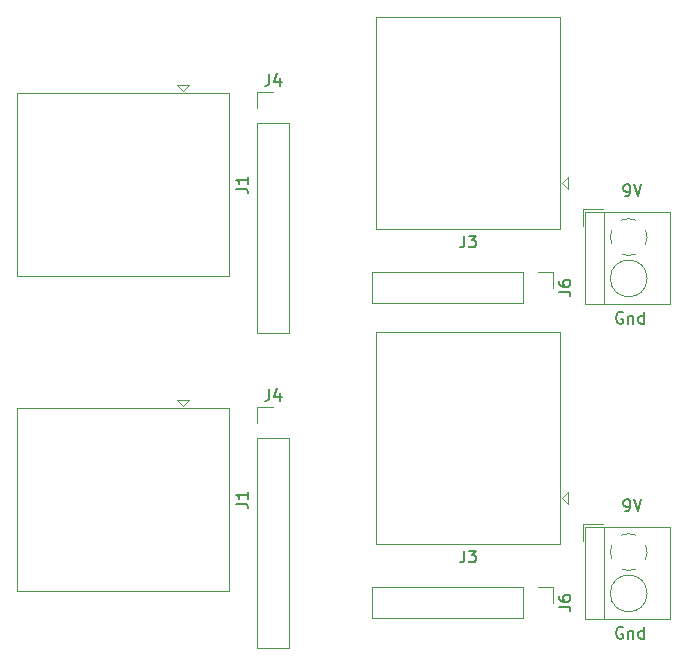
<source format=gbr>
%TF.GenerationSoftware,KiCad,Pcbnew,7.0.9*%
%TF.CreationDate,2024-06-07T23:50:55-04:00*%
%TF.ProjectId,8P breakout header,38502062-7265-4616-9b6f-757420686561,rev?*%
%TF.SameCoordinates,Original*%
%TF.FileFunction,Legend,Top*%
%TF.FilePolarity,Positive*%
%FSLAX46Y46*%
G04 Gerber Fmt 4.6, Leading zero omitted, Abs format (unit mm)*
G04 Created by KiCad (PCBNEW 7.0.9) date 2024-06-07 23:50:55*
%MOMM*%
%LPD*%
G01*
G04 APERTURE LIST*
%ADD10C,0.150000*%
%ADD11C,0.120000*%
G04 APERTURE END LIST*
D10*
X203111898Y-86229819D02*
X203302374Y-86229819D01*
X203302374Y-86229819D02*
X203397612Y-86182200D01*
X203397612Y-86182200D02*
X203445231Y-86134580D01*
X203445231Y-86134580D02*
X203540469Y-85991723D01*
X203540469Y-85991723D02*
X203588088Y-85801247D01*
X203588088Y-85801247D02*
X203588088Y-85420295D01*
X203588088Y-85420295D02*
X203540469Y-85325057D01*
X203540469Y-85325057D02*
X203492850Y-85277438D01*
X203492850Y-85277438D02*
X203397612Y-85229819D01*
X203397612Y-85229819D02*
X203207136Y-85229819D01*
X203207136Y-85229819D02*
X203111898Y-85277438D01*
X203111898Y-85277438D02*
X203064279Y-85325057D01*
X203064279Y-85325057D02*
X203016660Y-85420295D01*
X203016660Y-85420295D02*
X203016660Y-85658390D01*
X203016660Y-85658390D02*
X203064279Y-85753628D01*
X203064279Y-85753628D02*
X203111898Y-85801247D01*
X203111898Y-85801247D02*
X203207136Y-85848866D01*
X203207136Y-85848866D02*
X203397612Y-85848866D01*
X203397612Y-85848866D02*
X203492850Y-85801247D01*
X203492850Y-85801247D02*
X203540469Y-85753628D01*
X203540469Y-85753628D02*
X203588088Y-85658390D01*
X203873803Y-85229819D02*
X204207136Y-86229819D01*
X204207136Y-86229819D02*
X204540469Y-85229819D01*
X202953088Y-96072438D02*
X202857850Y-96024819D01*
X202857850Y-96024819D02*
X202714993Y-96024819D01*
X202714993Y-96024819D02*
X202572136Y-96072438D01*
X202572136Y-96072438D02*
X202476898Y-96167676D01*
X202476898Y-96167676D02*
X202429279Y-96262914D01*
X202429279Y-96262914D02*
X202381660Y-96453390D01*
X202381660Y-96453390D02*
X202381660Y-96596247D01*
X202381660Y-96596247D02*
X202429279Y-96786723D01*
X202429279Y-96786723D02*
X202476898Y-96881961D01*
X202476898Y-96881961D02*
X202572136Y-96977200D01*
X202572136Y-96977200D02*
X202714993Y-97024819D01*
X202714993Y-97024819D02*
X202810231Y-97024819D01*
X202810231Y-97024819D02*
X202953088Y-96977200D01*
X202953088Y-96977200D02*
X203000707Y-96929580D01*
X203000707Y-96929580D02*
X203000707Y-96596247D01*
X203000707Y-96596247D02*
X202810231Y-96596247D01*
X203429279Y-96358152D02*
X203429279Y-97024819D01*
X203429279Y-96453390D02*
X203476898Y-96405771D01*
X203476898Y-96405771D02*
X203572136Y-96358152D01*
X203572136Y-96358152D02*
X203714993Y-96358152D01*
X203714993Y-96358152D02*
X203810231Y-96405771D01*
X203810231Y-96405771D02*
X203857850Y-96501009D01*
X203857850Y-96501009D02*
X203857850Y-97024819D01*
X204762612Y-97024819D02*
X204762612Y-96024819D01*
X204762612Y-96977200D02*
X204667374Y-97024819D01*
X204667374Y-97024819D02*
X204476898Y-97024819D01*
X204476898Y-97024819D02*
X204381660Y-96977200D01*
X204381660Y-96977200D02*
X204334041Y-96929580D01*
X204334041Y-96929580D02*
X204286422Y-96834342D01*
X204286422Y-96834342D02*
X204286422Y-96548628D01*
X204286422Y-96548628D02*
X204334041Y-96453390D01*
X204334041Y-96453390D02*
X204381660Y-96405771D01*
X204381660Y-96405771D02*
X204476898Y-96358152D01*
X204476898Y-96358152D02*
X204667374Y-96358152D01*
X204667374Y-96358152D02*
X204762612Y-96405771D01*
X203111898Y-59559819D02*
X203302374Y-59559819D01*
X203302374Y-59559819D02*
X203397612Y-59512200D01*
X203397612Y-59512200D02*
X203445231Y-59464580D01*
X203445231Y-59464580D02*
X203540469Y-59321723D01*
X203540469Y-59321723D02*
X203588088Y-59131247D01*
X203588088Y-59131247D02*
X203588088Y-58750295D01*
X203588088Y-58750295D02*
X203540469Y-58655057D01*
X203540469Y-58655057D02*
X203492850Y-58607438D01*
X203492850Y-58607438D02*
X203397612Y-58559819D01*
X203397612Y-58559819D02*
X203207136Y-58559819D01*
X203207136Y-58559819D02*
X203111898Y-58607438D01*
X203111898Y-58607438D02*
X203064279Y-58655057D01*
X203064279Y-58655057D02*
X203016660Y-58750295D01*
X203016660Y-58750295D02*
X203016660Y-58988390D01*
X203016660Y-58988390D02*
X203064279Y-59083628D01*
X203064279Y-59083628D02*
X203111898Y-59131247D01*
X203111898Y-59131247D02*
X203207136Y-59178866D01*
X203207136Y-59178866D02*
X203397612Y-59178866D01*
X203397612Y-59178866D02*
X203492850Y-59131247D01*
X203492850Y-59131247D02*
X203540469Y-59083628D01*
X203540469Y-59083628D02*
X203588088Y-58988390D01*
X203873803Y-58559819D02*
X204207136Y-59559819D01*
X204207136Y-59559819D02*
X204540469Y-58559819D01*
X202953088Y-69402438D02*
X202857850Y-69354819D01*
X202857850Y-69354819D02*
X202714993Y-69354819D01*
X202714993Y-69354819D02*
X202572136Y-69402438D01*
X202572136Y-69402438D02*
X202476898Y-69497676D01*
X202476898Y-69497676D02*
X202429279Y-69592914D01*
X202429279Y-69592914D02*
X202381660Y-69783390D01*
X202381660Y-69783390D02*
X202381660Y-69926247D01*
X202381660Y-69926247D02*
X202429279Y-70116723D01*
X202429279Y-70116723D02*
X202476898Y-70211961D01*
X202476898Y-70211961D02*
X202572136Y-70307200D01*
X202572136Y-70307200D02*
X202714993Y-70354819D01*
X202714993Y-70354819D02*
X202810231Y-70354819D01*
X202810231Y-70354819D02*
X202953088Y-70307200D01*
X202953088Y-70307200D02*
X203000707Y-70259580D01*
X203000707Y-70259580D02*
X203000707Y-69926247D01*
X203000707Y-69926247D02*
X202810231Y-69926247D01*
X203429279Y-69688152D02*
X203429279Y-70354819D01*
X203429279Y-69783390D02*
X203476898Y-69735771D01*
X203476898Y-69735771D02*
X203572136Y-69688152D01*
X203572136Y-69688152D02*
X203714993Y-69688152D01*
X203714993Y-69688152D02*
X203810231Y-69735771D01*
X203810231Y-69735771D02*
X203857850Y-69831009D01*
X203857850Y-69831009D02*
X203857850Y-70354819D01*
X204762612Y-70354819D02*
X204762612Y-69354819D01*
X204762612Y-70307200D02*
X204667374Y-70354819D01*
X204667374Y-70354819D02*
X204476898Y-70354819D01*
X204476898Y-70354819D02*
X204381660Y-70307200D01*
X204381660Y-70307200D02*
X204334041Y-70259580D01*
X204334041Y-70259580D02*
X204286422Y-70164342D01*
X204286422Y-70164342D02*
X204286422Y-69878628D01*
X204286422Y-69878628D02*
X204334041Y-69783390D01*
X204334041Y-69783390D02*
X204381660Y-69735771D01*
X204381660Y-69735771D02*
X204476898Y-69688152D01*
X204476898Y-69688152D02*
X204667374Y-69688152D01*
X204667374Y-69688152D02*
X204762612Y-69735771D01*
X197527319Y-94313333D02*
X198241604Y-94313333D01*
X198241604Y-94313333D02*
X198384461Y-94360952D01*
X198384461Y-94360952D02*
X198479700Y-94456190D01*
X198479700Y-94456190D02*
X198527319Y-94599047D01*
X198527319Y-94599047D02*
X198527319Y-94694285D01*
X197527319Y-93408571D02*
X197527319Y-93599047D01*
X197527319Y-93599047D02*
X197574938Y-93694285D01*
X197574938Y-93694285D02*
X197622557Y-93741904D01*
X197622557Y-93741904D02*
X197765414Y-93837142D01*
X197765414Y-93837142D02*
X197955890Y-93884761D01*
X197955890Y-93884761D02*
X198336842Y-93884761D01*
X198336842Y-93884761D02*
X198432080Y-93837142D01*
X198432080Y-93837142D02*
X198479700Y-93789523D01*
X198479700Y-93789523D02*
X198527319Y-93694285D01*
X198527319Y-93694285D02*
X198527319Y-93503809D01*
X198527319Y-93503809D02*
X198479700Y-93408571D01*
X198479700Y-93408571D02*
X198432080Y-93360952D01*
X198432080Y-93360952D02*
X198336842Y-93313333D01*
X198336842Y-93313333D02*
X198098747Y-93313333D01*
X198098747Y-93313333D02*
X198003509Y-93360952D01*
X198003509Y-93360952D02*
X197955890Y-93408571D01*
X197955890Y-93408571D02*
X197908271Y-93503809D01*
X197908271Y-93503809D02*
X197908271Y-93694285D01*
X197908271Y-93694285D02*
X197955890Y-93789523D01*
X197955890Y-93789523D02*
X198003509Y-93837142D01*
X198003509Y-93837142D02*
X198098747Y-93884761D01*
X173021666Y-75864819D02*
X173021666Y-76579104D01*
X173021666Y-76579104D02*
X172974047Y-76721961D01*
X172974047Y-76721961D02*
X172878809Y-76817200D01*
X172878809Y-76817200D02*
X172735952Y-76864819D01*
X172735952Y-76864819D02*
X172640714Y-76864819D01*
X173926428Y-76198152D02*
X173926428Y-76864819D01*
X173688333Y-75817200D02*
X173450238Y-76531485D01*
X173450238Y-76531485D02*
X174069285Y-76531485D01*
X189531666Y-89564819D02*
X189531666Y-90279104D01*
X189531666Y-90279104D02*
X189484047Y-90421961D01*
X189484047Y-90421961D02*
X189388809Y-90517200D01*
X189388809Y-90517200D02*
X189245952Y-90564819D01*
X189245952Y-90564819D02*
X189150714Y-90564819D01*
X189912619Y-89564819D02*
X190531666Y-89564819D01*
X190531666Y-89564819D02*
X190198333Y-89945771D01*
X190198333Y-89945771D02*
X190341190Y-89945771D01*
X190341190Y-89945771D02*
X190436428Y-89993390D01*
X190436428Y-89993390D02*
X190484047Y-90041009D01*
X190484047Y-90041009D02*
X190531666Y-90136247D01*
X190531666Y-90136247D02*
X190531666Y-90374342D01*
X190531666Y-90374342D02*
X190484047Y-90469580D01*
X190484047Y-90469580D02*
X190436428Y-90517200D01*
X190436428Y-90517200D02*
X190341190Y-90564819D01*
X190341190Y-90564819D02*
X190055476Y-90564819D01*
X190055476Y-90564819D02*
X189960238Y-90517200D01*
X189960238Y-90517200D02*
X189912619Y-90469580D01*
X170209819Y-85585833D02*
X170924104Y-85585833D01*
X170924104Y-85585833D02*
X171066961Y-85633452D01*
X171066961Y-85633452D02*
X171162200Y-85728690D01*
X171162200Y-85728690D02*
X171209819Y-85871547D01*
X171209819Y-85871547D02*
X171209819Y-85966785D01*
X171209819Y-84585833D02*
X171209819Y-85157261D01*
X171209819Y-84871547D02*
X170209819Y-84871547D01*
X170209819Y-84871547D02*
X170352676Y-84966785D01*
X170352676Y-84966785D02*
X170447914Y-85062023D01*
X170447914Y-85062023D02*
X170495533Y-85157261D01*
X170209819Y-58915833D02*
X170924104Y-58915833D01*
X170924104Y-58915833D02*
X171066961Y-58963452D01*
X171066961Y-58963452D02*
X171162200Y-59058690D01*
X171162200Y-59058690D02*
X171209819Y-59201547D01*
X171209819Y-59201547D02*
X171209819Y-59296785D01*
X171209819Y-57915833D02*
X171209819Y-58487261D01*
X171209819Y-58201547D02*
X170209819Y-58201547D01*
X170209819Y-58201547D02*
X170352676Y-58296785D01*
X170352676Y-58296785D02*
X170447914Y-58392023D01*
X170447914Y-58392023D02*
X170495533Y-58487261D01*
X197527319Y-67643333D02*
X198241604Y-67643333D01*
X198241604Y-67643333D02*
X198384461Y-67690952D01*
X198384461Y-67690952D02*
X198479700Y-67786190D01*
X198479700Y-67786190D02*
X198527319Y-67929047D01*
X198527319Y-67929047D02*
X198527319Y-68024285D01*
X197527319Y-66738571D02*
X197527319Y-66929047D01*
X197527319Y-66929047D02*
X197574938Y-67024285D01*
X197574938Y-67024285D02*
X197622557Y-67071904D01*
X197622557Y-67071904D02*
X197765414Y-67167142D01*
X197765414Y-67167142D02*
X197955890Y-67214761D01*
X197955890Y-67214761D02*
X198336842Y-67214761D01*
X198336842Y-67214761D02*
X198432080Y-67167142D01*
X198432080Y-67167142D02*
X198479700Y-67119523D01*
X198479700Y-67119523D02*
X198527319Y-67024285D01*
X198527319Y-67024285D02*
X198527319Y-66833809D01*
X198527319Y-66833809D02*
X198479700Y-66738571D01*
X198479700Y-66738571D02*
X198432080Y-66690952D01*
X198432080Y-66690952D02*
X198336842Y-66643333D01*
X198336842Y-66643333D02*
X198098747Y-66643333D01*
X198098747Y-66643333D02*
X198003509Y-66690952D01*
X198003509Y-66690952D02*
X197955890Y-66738571D01*
X197955890Y-66738571D02*
X197908271Y-66833809D01*
X197908271Y-66833809D02*
X197908271Y-67024285D01*
X197908271Y-67024285D02*
X197955890Y-67119523D01*
X197955890Y-67119523D02*
X198003509Y-67167142D01*
X198003509Y-67167142D02*
X198098747Y-67214761D01*
X173021666Y-49194819D02*
X173021666Y-49909104D01*
X173021666Y-49909104D02*
X172974047Y-50051961D01*
X172974047Y-50051961D02*
X172878809Y-50147200D01*
X172878809Y-50147200D02*
X172735952Y-50194819D01*
X172735952Y-50194819D02*
X172640714Y-50194819D01*
X173926428Y-49528152D02*
X173926428Y-50194819D01*
X173688333Y-49147200D02*
X173450238Y-49861485D01*
X173450238Y-49861485D02*
X174069285Y-49861485D01*
X189531666Y-62894819D02*
X189531666Y-63609104D01*
X189531666Y-63609104D02*
X189484047Y-63751961D01*
X189484047Y-63751961D02*
X189388809Y-63847200D01*
X189388809Y-63847200D02*
X189245952Y-63894819D01*
X189245952Y-63894819D02*
X189150714Y-63894819D01*
X189912619Y-62894819D02*
X190531666Y-62894819D01*
X190531666Y-62894819D02*
X190198333Y-63275771D01*
X190198333Y-63275771D02*
X190341190Y-63275771D01*
X190341190Y-63275771D02*
X190436428Y-63323390D01*
X190436428Y-63323390D02*
X190484047Y-63371009D01*
X190484047Y-63371009D02*
X190531666Y-63466247D01*
X190531666Y-63466247D02*
X190531666Y-63704342D01*
X190531666Y-63704342D02*
X190484047Y-63799580D01*
X190484047Y-63799580D02*
X190436428Y-63847200D01*
X190436428Y-63847200D02*
X190341190Y-63894819D01*
X190341190Y-63894819D02*
X190055476Y-63894819D01*
X190055476Y-63894819D02*
X189960238Y-63847200D01*
X189960238Y-63847200D02*
X189912619Y-63799580D01*
D11*
%TO.C,J6*%
X197072500Y-92650000D02*
X197072500Y-93980000D01*
X195742500Y-92650000D02*
X197072500Y-92650000D01*
X194472500Y-92650000D02*
X181712500Y-92650000D01*
X194472500Y-92650000D02*
X194472500Y-95310000D01*
X181712500Y-92650000D02*
X181712500Y-95310000D01*
X194472500Y-95310000D02*
X181712500Y-95310000D01*
%TO.C,J4*%
X172025000Y-77410000D02*
X173355000Y-77410000D01*
X172025000Y-78740000D02*
X172025000Y-77410000D01*
X172025000Y-80010000D02*
X172025000Y-97850000D01*
X172025000Y-80010000D02*
X174685000Y-80010000D01*
X172025000Y-97850000D02*
X174685000Y-97850000D01*
X174685000Y-80010000D02*
X174685000Y-97850000D01*
%TO.C,J3*%
X198310000Y-85610000D02*
X198310000Y-84610000D01*
X198310000Y-84610000D02*
X197810000Y-85110000D01*
X197810000Y-85110000D02*
X198310000Y-85610000D01*
X197625000Y-88990000D02*
X197625000Y-71030000D01*
X197625000Y-71030000D02*
X182105000Y-71030000D01*
X182105000Y-88990000D02*
X197625000Y-88990000D01*
X182105000Y-88990000D02*
X182105000Y-71030000D01*
%TO.C,J1*%
X166255000Y-76807500D02*
X165255000Y-76807500D01*
X165255000Y-76807500D02*
X165755000Y-77307500D01*
X165755000Y-77307500D02*
X166255000Y-76807500D01*
X169635000Y-77492500D02*
X151675000Y-77492500D01*
X151675000Y-77492500D02*
X151675000Y-93012500D01*
X169635000Y-93012500D02*
X169635000Y-77492500D01*
X169635000Y-93012500D02*
X151675000Y-93012500D01*
%TO.C,J7*%
X201302500Y-87290000D02*
X199562500Y-87290000D01*
X199562500Y-87290000D02*
X199562500Y-88790000D01*
X206922500Y-87530000D02*
X199802500Y-87530000D01*
X206922500Y-87530000D02*
X206922500Y-95350000D01*
X201362500Y-87530000D02*
X201362500Y-95350000D01*
X199802500Y-87530000D02*
X199802500Y-95350000D01*
X206922500Y-95350000D02*
X199802500Y-95350000D01*
X204070500Y-88258000D02*
G75*
G03*
X202854758Y-88257891I-608000J-1432000D01*
G01*
X204894500Y-90298000D02*
G75*
G03*
X204894609Y-89082258I-1432000J608000D01*
G01*
X202030501Y-89082000D02*
G75*
G03*
X201907008Y-89717011I1431987J-607998D01*
G01*
X201907501Y-89690000D02*
G75*
G03*
X202031116Y-90297587I1554999J0D01*
G01*
X202854500Y-91122000D02*
G75*
G03*
X204070242Y-91122109I607999J1432003D01*
G01*
X205017500Y-93190000D02*
G75*
G03*
X205017500Y-93190000I-1555000J0D01*
G01*
%TO.C,J1*%
X169635000Y-66342500D02*
X169635000Y-50822500D01*
X165255000Y-50137500D02*
X165755000Y-50637500D01*
X169635000Y-50822500D02*
X151675000Y-50822500D01*
X166255000Y-50137500D02*
X165255000Y-50137500D01*
X151675000Y-50822500D02*
X151675000Y-66342500D01*
X169635000Y-66342500D02*
X151675000Y-66342500D01*
X165755000Y-50637500D02*
X166255000Y-50137500D01*
%TO.C,J7*%
X206922500Y-60860000D02*
X206922500Y-68680000D01*
X206922500Y-68680000D02*
X199802500Y-68680000D01*
X201362500Y-60860000D02*
X201362500Y-68680000D01*
X201302500Y-60620000D02*
X199562500Y-60620000D01*
X206922500Y-60860000D02*
X199802500Y-60860000D01*
X199562500Y-60620000D02*
X199562500Y-62120000D01*
X199802500Y-60860000D02*
X199802500Y-68680000D01*
X202854500Y-64452000D02*
G75*
G03*
X204070242Y-64452109I607999J1432003D01*
G01*
X201907501Y-63020000D02*
G75*
G03*
X202031116Y-63627587I1554999J0D01*
G01*
X204894500Y-63628000D02*
G75*
G03*
X204894609Y-62412258I-1432000J608000D01*
G01*
X202030501Y-62412000D02*
G75*
G03*
X201907008Y-63047011I1431987J-607998D01*
G01*
X204070500Y-61588000D02*
G75*
G03*
X202854758Y-61587891I-608000J-1432000D01*
G01*
X205017500Y-66520000D02*
G75*
G03*
X205017500Y-66520000I-1555000J0D01*
G01*
%TO.C,J6*%
X194472500Y-65980000D02*
X181712500Y-65980000D01*
X195742500Y-65980000D02*
X197072500Y-65980000D01*
X197072500Y-65980000D02*
X197072500Y-67310000D01*
X194472500Y-65980000D02*
X194472500Y-68640000D01*
X181712500Y-65980000D02*
X181712500Y-68640000D01*
X194472500Y-68640000D02*
X181712500Y-68640000D01*
%TO.C,J4*%
X172025000Y-53340000D02*
X174685000Y-53340000D01*
X172025000Y-71180000D02*
X174685000Y-71180000D01*
X172025000Y-53340000D02*
X172025000Y-71180000D01*
X172025000Y-52070000D02*
X172025000Y-50740000D01*
X174685000Y-53340000D02*
X174685000Y-71180000D01*
X172025000Y-50740000D02*
X173355000Y-50740000D01*
%TO.C,J3*%
X182105000Y-62320000D02*
X197625000Y-62320000D01*
X198310000Y-57940000D02*
X197810000Y-58440000D01*
X197625000Y-62320000D02*
X197625000Y-44360000D01*
X198310000Y-58940000D02*
X198310000Y-57940000D01*
X197625000Y-44360000D02*
X182105000Y-44360000D01*
X182105000Y-62320000D02*
X182105000Y-44360000D01*
X197810000Y-58440000D02*
X198310000Y-58940000D01*
%TD*%
M02*

</source>
